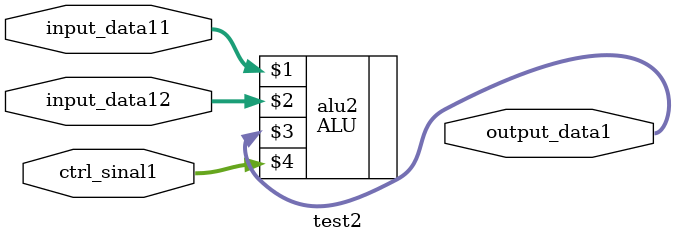
<source format=v>
module test2(input_data11, input_data12, output_data1, ctrl_sinal1);


input[31:0] input_data11;
input[31:0] input_data12;
input[3:0]  ctrl_sinal1;

output[31:0] output_data1;

ALU alu2(input_data11, input_data12, output_data1, ctrl_sinal1);

endmodule
</source>
